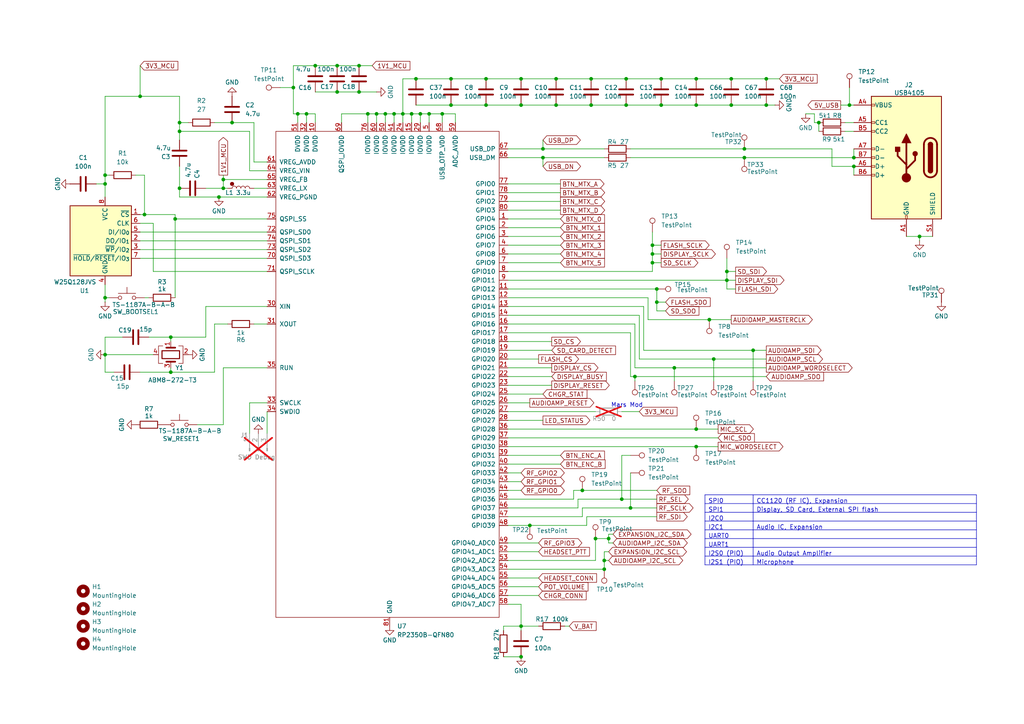
<source format=kicad_sch>
(kicad_sch (version 20250114) (generator "eeschema") (generator_version "9.0")
  (paper "A4")
  (text "Mars Mod" (at 181.864 117.602 0) (effects (font (size 1.27 1.27))))
  (junction (at 40.64 27.94))
  (junction (at 181.61 22.86))
  (junction (at 114.3 33.02))
  (junction (at 140.97 22.86))
  (junction (at 172.72 156.21))
  (junction (at 210.82 81.28))
  (junction (at 151.13 190.5))
  (junction (at 151.13 181.61))
  (junction (at 86.36 33.02))
  (junction (at 52.07 54.61))
  (junction (at 205.74 92.71))
  (junction (at 266.7 68.58))
  (junction (at 153.67 152.4))
  (junction (at 30.48 53.34))
  (junction (at 67.31 35.56))
  (junction (at 181.61 30.48))
  (junction (at 191.77 30.48))
  (junction (at 128.27 33.02))
  (junction (at 130.81 22.86))
  (junction (at 157.48 45.72))
  (junction (at 30.48 102.87))
  (junction (at 246.38 30.48))
  (junction (at 151.13 22.86))
  (junction (at 218.44 101.6))
  (junction (at 85.09 25.4))
  (junction (at 176.53 156.21))
  (junction (at 175.26 162.56))
  (junction (at 201.93 129.54))
  (junction (at 116.84 33.02))
  (junction (at 168.91 142.24))
  (junction (at 130.81 30.48))
  (junction (at 195.58 106.68))
  (junction (at 49.53 107.95))
  (junction (at 161.29 22.86))
  (junction (at 64.77 52.07))
  (junction (at 210.82 78.74))
  (junction (at 171.45 30.48))
  (junction (at 237.49 35.56))
  (junction (at 190.5 83.82))
  (junction (at 111.76 33.02))
  (junction (at 104.14 19.05))
  (junction (at 191.77 22.86))
  (junction (at 215.9 45.72))
  (junction (at 41.91 62.23))
  (junction (at 97.79 19.05))
  (junction (at 151.13 30.48))
  (junction (at 91.44 19.05))
  (junction (at 222.25 30.48))
  (junction (at 180.34 144.78))
  (junction (at 207.01 104.14))
  (junction (at 247.65 48.26))
  (junction (at 189.23 71.12))
  (junction (at 184.15 109.22))
  (junction (at 182.88 147.32))
  (junction (at 64.77 54.61))
  (junction (at 201.93 124.46))
  (junction (at 106.68 33.02))
  (junction (at 124.46 33.02))
  (junction (at 190.5 87.63))
  (junction (at 49.53 97.79))
  (junction (at 120.65 22.86))
  (junction (at 212.09 30.48))
  (junction (at 201.93 22.86))
  (junction (at 171.45 22.86))
  (junction (at 50.8 63.5))
  (junction (at 30.48 50.8))
  (junction (at 201.93 30.48))
  (junction (at 222.25 22.86))
  (junction (at 104.14 26.67))
  (junction (at 121.92 33.02))
  (junction (at 140.97 30.48))
  (junction (at 189.23 76.2))
  (junction (at 52.07 38.1))
  (junction (at 157.48 43.18))
  (junction (at 88.9 33.02))
  (junction (at 247.65 45.72))
  (junction (at 97.79 26.67))
  (junction (at 119.38 33.02))
  (junction (at 175.26 165.1))
  (junction (at 63.5 57.15))
  (junction (at 189.23 73.66))
  (junction (at 30.48 86.36))
  (junction (at 109.22 33.02))
  (junction (at 161.29 30.48))
  (junction (at 52.07 35.56))
  (junction (at 212.09 22.86))
  (junction (at 215.9 43.18))
  (wire (pts (xy 43.18 86.36) (xy 41.91 86.36)))
  (wire (pts (xy 184.15 109.22) (xy 222.25 109.22)))
  (wire (pts (xy 182.88 132.08) (xy 180.34 132.08)))
  (wire (pts (xy 212.09 30.48) (xy 222.25 30.48)))
  (wire (pts (xy 116.84 22.86) (xy 116.84 33.02)))
  (wire (pts (xy 166.37 144.78) (xy 147.32 144.78)))
  (wire (pts (xy 147.32 142.24) (xy 151.13 142.24)))
  (wire (pts (xy 193.04 90.17) (xy 190.5 90.17)))
  (wire (pts (xy 190.5 87.63) (xy 193.04 87.63)))
  (wire (pts (xy 151.13 30.48) (xy 161.29 30.48)))
  (wire (pts (xy 30.48 53.34) (xy 27.94 53.34)))
  (wire (pts (xy 62.23 93.98) (xy 66.04 93.98)))
  (wire (pts (xy 54.61 35.56) (xy 52.07 35.56)))
  (wire (pts (xy 181.61 30.48) (xy 191.77 30.48)))
  (wire (pts (xy 147.32 139.7) (xy 151.13 139.7)))
  (wire (pts (xy 181.61 22.86) (xy 191.77 22.86)))
  (wire (pts (xy 147.32 127) (xy 208.28 127)))
  (wire (pts (xy 182.88 43.18) (xy 215.9 43.18)))
  (wire (pts (xy 157.48 40.64) (xy 157.48 43.18)))
  (wire (pts (xy 132.08 35.56) (xy 132.08 33.02)))
  (wire (pts (xy 30.48 107.95) (xy 30.48 102.87)))
  (wire (pts (xy 208.28 129.54) (xy 201.93 129.54)))
  (wire (pts (xy 182.88 109.22) (xy 182.88 96.52)))
  (wire (pts (xy 156.21 104.14) (xy 147.32 104.14)))
  (wire (pts (xy 151.13 190.5) (xy 146.05 190.5)))
  (wire (pts (xy 66.04 54.61) (xy 64.77 54.61)))
  (wire (pts (xy 40.64 62.23) (xy 41.91 62.23)))
  (wire (pts (xy 147.32 45.72) (xy 157.48 45.72)))
  (wire (pts (xy 41.91 50.8) (xy 41.91 62.23)))
  (wire (pts (xy 160.02 99.06) (xy 147.32 99.06)))
  (wire (pts (xy 190.5 90.17) (xy 190.5 87.63)))
  (wire (pts (xy 160.02 111.76) (xy 147.32 111.76)))
  (wire (pts (xy 243.84 30.48) (xy 246.38 30.48)))
  (wire (pts (xy 67.31 35.56) (xy 73.66 35.56)))
  (wire (pts (xy 187.96 92.71) (xy 187.96 86.36)))
  (wire (pts (xy 160.02 109.22) (xy 147.32 109.22)))
  (wire (pts (xy 201.93 129.54) (xy 147.32 129.54)))
  (wire (pts (xy 64.77 52.07) (xy 77.47 52.07)))
  (wire (pts (xy 73.66 35.56) (xy 73.66 46.99)))
  (wire (pts (xy 168.91 147.32) (xy 182.88 147.32)))
  (wire (pts (xy 40.64 107.95) (xy 49.53 107.95)))
  (wire (pts (xy 168.91 142.24) (xy 190.5 142.24)))
  (wire (pts (xy 201.93 30.48) (xy 212.09 30.48)))
  (wire (pts (xy 120.65 22.86) (xy 130.81 22.86)))
  (wire (pts (xy 52.07 48.26) (xy 52.07 54.61)))
  (wire (pts (xy 189.23 73.66) (xy 189.23 76.2)))
  (wire (pts (xy 170.18 149.86) (xy 170.18 152.4)))
  (wire (pts (xy 236.22 35.56) (xy 236.22 33.02)))
  (wire (pts (xy 59.69 54.61) (xy 64.77 54.61)))
  (wire (pts (xy 119.38 33.02) (xy 119.38 35.56)))
  (wire (pts (xy 212.09 22.86) (xy 222.25 22.86)))
  (wire (pts (xy 52.07 38.1) (xy 52.07 40.64)))
  (wire (pts (xy 208.28 124.46) (xy 201.93 124.46)))
  (wire (pts (xy 163.83 181.61) (xy 165.1 181.61)))
  (wire (pts (xy 215.9 45.72) (xy 247.65 45.72)))
  (wire (pts (xy 210.82 81.28) (xy 210.82 83.82)))
  (wire (pts (xy 121.92 33.02) (xy 124.46 33.02)))
  (wire (pts (xy 114.3 33.02) (xy 114.3 35.56)))
  (wire (pts (xy 99.06 33.02) (xy 99.06 35.56)))
  (wire (pts (xy 157.48 45.72) (xy 157.48 48.26)))
  (wire (pts (xy 59.69 88.9) (xy 77.47 88.9)))
  (wire (pts (xy 185.42 104.14) (xy 207.01 104.14)))
  (wire (pts (xy 166.37 142.24) (xy 166.37 144.78)))
  (wire (pts (xy 189.23 71.12) (xy 189.23 73.66)))
  (wire (pts (xy 170.18 152.4) (xy 153.67 152.4)))
  (wire (pts (xy 30.48 50.8) (xy 31.75 50.8)))
  (wire (pts (xy 109.22 33.02) (xy 109.22 35.56)))
  (wire (pts (xy 41.91 62.23) (xy 50.8 62.23)))
  (wire (pts (xy 167.64 147.32) (xy 147.32 147.32)))
  (wire (pts (xy 64.77 123.19) (xy 64.77 106.68)))
  (wire (pts (xy 30.48 86.36) (xy 30.48 87.63)))
  (wire (pts (xy 162.56 134.62) (xy 147.32 134.62)))
  (wire (pts (xy 140.97 30.48) (xy 151.13 30.48)))
  (wire (pts (xy 210.82 81.28) (xy 213.36 81.28)))
  (wire (pts (xy 85.09 25.4) (xy 85.09 19.05)))
  (wire (pts (xy 106.68 33.02) (xy 99.06 33.02)))
  (wire (pts (xy 111.76 33.02) (xy 114.3 33.02)))
  (wire (pts (xy 147.32 162.56) (xy 172.72 162.56)))
  (wire (pts (xy 44.45 64.77) (xy 44.45 78.74)))
  (wire (pts (xy 182.88 147.32) (xy 190.5 147.32)))
  (wire (pts (xy 120.65 30.48) (xy 130.81 30.48)))
  (wire (pts (xy 147.32 78.74) (xy 189.23 78.74)))
  (wire (pts (xy 222.25 104.14) (xy 207.01 104.14)))
  (wire (pts (xy 153.67 116.84) (xy 147.32 116.84)))
  (wire (pts (xy 184.15 109.22) (xy 184.15 110.49)))
  (wire (pts (xy 59.69 88.9) (xy 59.69 97.79)))
  (wire (pts (xy 160.02 101.6) (xy 147.32 101.6)))
  (wire (pts (xy 40.64 64.77) (xy 44.45 64.77)))
  (wire (pts (xy 162.56 63.5) (xy 147.32 63.5)))
  (wire (pts (xy 176.53 156.21) (xy 176.53 157.48)))
  (wire (pts (xy 85.09 33.02) (xy 86.36 33.02)))
  (wire (pts (xy 162.56 71.12) (xy 147.32 71.12)))
  (wire (pts (xy 30.48 82.55) (xy 30.48 86.36)))
  (wire (pts (xy 190.5 83.82) (xy 147.32 83.82)))
  (wire (pts (xy 62.23 107.95) (xy 62.23 93.98)))
  (wire (pts (xy 57.15 123.19) (xy 64.77 123.19)))
  (wire (pts (xy 190.5 83.82) (xy 190.5 87.63)))
  (wire (pts (xy 186.69 101.6) (xy 186.69 88.9)))
  (wire (pts (xy 30.48 57.15) (xy 30.48 53.34)))
  (wire (pts (xy 116.84 33.02) (xy 119.38 33.02)))
  (wire (pts (xy 162.56 132.08) (xy 147.32 132.08)))
  (wire (pts (xy 182.88 109.22) (xy 184.15 109.22)))
  (wire (pts (xy 195.58 106.68) (xy 184.15 106.68)))
  (wire (pts (xy 49.53 107.95) (xy 62.23 107.95)))
  (wire (pts (xy 156.21 172.72) (xy 147.32 172.72)))
  (wire (pts (xy 180.34 119.38) (xy 185.42 119.38)))
  (wire (pts (xy 162.56 66.04) (xy 147.32 66.04)))
  (wire (pts (xy 124.46 33.02) (xy 124.46 35.56)))
  (wire (pts (xy 215.9 43.18) (xy 241.3 43.18)))
  (wire (pts (xy 218.44 101.6) (xy 222.25 101.6)))
  (wire (pts (xy 162.56 55.88) (xy 147.32 55.88)))
  (wire (pts (xy 172.72 162.56) (xy 172.72 156.21)))
  (wire (pts (xy 162.56 73.66) (xy 147.32 73.66)))
  (wire (pts (xy 182.88 96.52) (xy 147.32 96.52)))
  (wire (pts (xy 247.65 48.26) (xy 247.65 50.8)))
  (wire (pts (xy 88.9 33.02) (xy 88.9 35.56)))
  (wire (pts (xy 168.91 147.32) (xy 168.91 149.86)))
  (wire (pts (xy 88.9 33.02) (xy 86.36 33.02)))
  (wire (pts (xy 33.02 107.95) (xy 30.48 107.95)))
  (wire (pts (xy 104.14 26.67) (xy 109.22 26.67)))
  (wire (pts (xy 213.36 78.74) (xy 210.82 78.74)))
  (wire (pts (xy 50.8 62.23) (xy 50.8 63.5)))
  (wire (pts (xy 156.21 160.02) (xy 147.32 160.02)))
  (wire (pts (xy 246.38 30.48) (xy 247.65 30.48)))
  (wire (pts (xy 147.32 170.18) (xy 156.21 170.18)))
  (wire (pts (xy 128.27 35.56) (xy 128.27 33.02)))
  (wire (pts (xy 175.26 160.02) (xy 175.26 162.56)))
  (wire (pts (xy 86.36 33.02) (xy 86.36 35.56)))
  (wire (pts (xy 151.13 175.26) (xy 147.32 175.26)))
  (wire (pts (xy 107.95 19.05) (xy 104.14 19.05)))
  (wire (pts (xy 245.11 38.1) (xy 247.65 38.1)))
  (wire (pts (xy 104.14 19.05) (xy 97.79 19.05)))
  (wire (pts (xy 151.13 181.61) (xy 151.13 182.88)))
  (wire (pts (xy 140.97 22.86) (xy 151.13 22.86)))
  (wire (pts (xy 210.82 83.82) (xy 213.36 83.82)))
  (wire (pts (xy 185.42 91.44) (xy 147.32 91.44)))
  (wire (pts (xy 172.72 156.21) (xy 176.53 156.21)))
  (wire (pts (xy 185.42 104.14) (xy 185.42 91.44)))
  (wire (pts (xy 91.44 33.02) (xy 88.9 33.02)))
  (wire (pts (xy 207.01 104.14) (xy 207.01 110.49)))
  (wire (pts (xy 161.29 22.86) (xy 171.45 22.86)))
  (wire (pts (xy 186.69 101.6) (xy 218.44 101.6)))
  (wire (pts (xy 91.44 35.56) (xy 91.44 33.02)))
  (wire (pts (xy 147.32 137.16) (xy 151.13 137.16)))
  (wire (pts (xy 121.92 33.02) (xy 121.92 35.56)))
  (wire (pts (xy 191.77 30.48) (xy 201.93 30.48)))
  (wire (pts (xy 191.77 71.12) (xy 189.23 71.12)))
  (wire (pts (xy 191.77 22.86) (xy 201.93 22.86)))
  (wire (pts (xy 39.37 50.8) (xy 41.91 50.8)))
  (wire (pts (xy 49.53 99.06) (xy 49.53 97.79)))
  (wire (pts (xy 52.07 38.1) (xy 52.07 35.56)))
  (wire (pts (xy 30.48 86.36) (xy 31.75 86.36)))
  (wire (pts (xy 236.22 35.56) (xy 237.49 35.56)))
  (wire (pts (xy 247.65 43.18) (xy 247.65 45.72)))
  (wire (pts (xy 114.3 33.02) (xy 116.84 33.02)))
  (wire (pts (xy 187.96 86.36) (xy 147.32 86.36)))
  (wire (pts (xy 124.46 33.02) (xy 128.27 33.02)))
  (wire (pts (xy 73.66 46.99) (xy 77.47 46.99)))
  (wire (pts (xy 175.26 165.1) (xy 147.32 165.1)))
  (wire (pts (xy 167.64 144.78) (xy 180.34 144.78)))
  (wire (pts (xy 156.21 167.64) (xy 147.32 167.64)))
  (wire (pts (xy 157.48 114.3) (xy 147.32 114.3)))
  (wire (pts (xy 77.47 49.53) (xy 72.39 49.53)))
  (wire (pts (xy 236.22 33.02) (xy 233.68 33.02)))
  (wire (pts (xy 210.82 74.93) (xy 210.82 78.74)))
  (wire (pts (xy 162.56 76.2) (xy 147.32 76.2)))
  (wire (pts (xy 62.23 35.56) (xy 67.31 35.56)))
  (wire (pts (xy 184.15 93.98) (xy 147.32 93.98)))
  (wire (pts (xy 176.53 157.48) (xy 177.8 157.48)))
  (wire (pts (xy 151.13 22.86) (xy 161.29 22.86)))
  (wire (pts (xy 176.53 160.02) (xy 175.26 160.02)))
  (wire (pts (xy 266.7 68.58) (xy 266.7 69.85)))
  (wire (pts (xy 147.32 81.28) (xy 210.82 81.28)))
  (wire (pts (xy 168.91 149.86) (xy 147.32 149.86)))
  (wire (pts (xy 91.44 19.05) (xy 85.09 19.05)))
  (wire (pts (xy 180.34 144.78) (xy 190.5 144.78)))
  (wire (pts (xy 170.18 149.86) (xy 190.5 149.86)))
  (wire (pts (xy 73.66 93.98) (xy 77.47 93.98)))
  (wire (pts (xy 40.64 27.94) (xy 52.07 27.94)))
  (wire (pts (xy 130.81 30.48) (xy 140.97 30.48)))
  (wire (pts (xy 50.8 63.5) (xy 50.8 86.36)))
  (wire (pts (xy 40.64 19.05) (xy 40.64 27.94)))
  (wire (pts (xy 64.77 106.68) (xy 77.47 106.68)))
  (wire (pts (xy 64.77 50.8) (xy 64.77 52.07)))
  (wire (pts (xy 97.79 19.05) (xy 91.44 19.05)))
  (wire (pts (xy 40.64 72.39) (xy 77.47 72.39)))
  (wire (pts (xy 241.3 43.18) (xy 241.3 48.26)))
  (wire (pts (xy 162.56 53.34) (xy 147.32 53.34)))
  (wire (pts (xy 147.32 119.38) (xy 172.72 119.38)))
  (wire (pts (xy 30.48 27.94) (xy 40.64 27.94)))
  (wire (pts (xy 119.38 33.02) (xy 121.92 33.02)))
  (wire (pts (xy 177.8 154.94) (xy 176.53 154.94)))
  (wire (pts (xy 40.64 67.31) (xy 77.47 67.31)))
  (wire (pts (xy 241.3 48.26) (xy 247.65 48.26)))
  (wire (pts (xy 153.67 152.4) (xy 147.32 152.4)))
  (wire (pts (xy 166.37 142.24) (xy 168.91 142.24)))
  (wire (pts (xy 182.88 45.72) (xy 215.9 45.72)))
  (wire (pts (xy 222.25 106.68) (xy 195.58 106.68)))
  (wire (pts (xy 180.34 132.08) (xy 180.34 144.78)))
  (wire (pts (xy 151.13 181.61) (xy 156.21 181.61)))
  (wire (pts (xy 132.08 33.02) (xy 128.27 33.02)))
  (wire (pts (xy 73.66 54.61) (xy 77.47 54.61)))
  (wire (pts (xy 77.47 119.38) (xy 77.47 125.73)))
  (wire (pts (xy 171.45 30.48) (xy 181.61 30.48)))
  (wire (pts (xy 161.29 30.48) (xy 171.45 30.48)))
  (wire (pts (xy 49.53 97.79) (xy 59.69 97.79)))
  (wire (pts (xy 146.05 181.61) (xy 151.13 181.61)))
  (wire (pts (xy 43.18 97.79) (xy 49.53 97.79)))
  (wire (pts (xy 52.07 27.94) (xy 52.07 35.56)))
  (wire (pts (xy 81.28 25.4) (xy 85.09 25.4)))
  (wire (pts (xy 44.45 78.74) (xy 77.47 78.74)))
  (wire (pts (xy 195.58 106.68) (xy 195.58 110.49)))
  (wire (pts (xy 212.09 92.71) (xy 205.74 92.71)))
  (wire (pts (xy 151.13 175.26) (xy 151.13 181.61)))
  (wire (pts (xy 30.48 97.79) (xy 30.48 102.87)))
  (wire (pts (xy 130.81 22.86) (xy 140.97 22.86)))
  (wire (pts (xy 157.48 121.92) (xy 147.32 121.92)))
  (wire (pts (xy 205.74 92.71) (xy 187.96 92.71)))
  (wire (pts (xy 49.53 107.95) (xy 49.53 106.68)))
  (wire (pts (xy 189.23 73.66) (xy 191.77 73.66)))
  (wire (pts (xy 222.25 22.86) (xy 226.06 22.86)))
  (wire (pts (xy 176.53 154.94) (xy 176.53 156.21)))
  (wire (pts (xy 120.65 22.86) (xy 116.84 22.86)))
  (wire (pts (xy 201.93 22.86) (xy 212.09 22.86)))
  (wire (pts (xy 162.56 68.58) (xy 147.32 68.58)))
  (wire (pts (xy 146.05 181.61) (xy 146.05 182.88)))
  (wire (pts (xy 162.56 60.96) (xy 147.32 60.96)))
  (wire (pts (xy 52.07 54.61) (xy 52.07 57.15)))
  (wire (pts (xy 182.88 137.16) (xy 182.88 147.32)))
  (wire (pts (xy 157.48 43.18) (xy 175.26 43.18)))
  (wire (pts (xy 266.7 68.58) (xy 270.51 68.58)))
  (wire (pts (xy 218.44 101.6) (xy 218.44 110.49)))
  (wire (pts (xy 91.44 26.67) (xy 97.79 26.67)))
  (wire (pts (xy 246.38 25.4) (xy 246.38 30.48)))
  (wire (pts (xy 162.56 58.42) (xy 147.32 58.42)))
  (wire (pts (xy 186.69 88.9) (xy 147.32 88.9)))
  (wire (pts (xy 157.48 45.72) (xy 175.26 45.72)))
  (wire (pts (xy 72.39 49.53) (xy 72.39 38.1)))
  (wire (pts (xy 85.09 25.4) (xy 85.09 33.02)))
  (wire (pts (xy 189.23 76.2) (xy 189.23 78.74)))
  (wire (pts (xy 64.77 54.61) (xy 64.77 52.07)))
  (wire (pts (xy 35.56 97.79) (xy 30.48 97.79)))
  (wire (pts (xy 171.45 22.86) (xy 181.61 22.86)))
  (wire (pts (xy 30.48 50.8) (xy 30.48 53.34)))
  (wire (pts (xy 222.25 30.48) (xy 224.79 30.48)))
  (wire (pts (xy 116.84 33.02) (xy 116.84 35.56)))
  (wire (pts (xy 109.22 33.02) (xy 111.76 33.02)))
  (wire (pts (xy 201.93 124.46) (xy 147.32 124.46)))
  (wire (pts (xy 106.68 33.02) (xy 106.68 35.56)))
  (wire (pts (xy 40.64 74.93) (xy 77.47 74.93)))
  (wire (pts (xy 72.39 116.84) (xy 77.47 116.84)))
  (wire (pts (xy 237.49 35.56) (xy 237.49 38.1)))
  (wire (pts (xy 147.32 43.18) (xy 157.48 43.18)))
  (wire (pts (xy 184.15 106.68) (xy 184.15 93.98)))
  (wire (pts (xy 245.11 35.56) (xy 247.65 35.56)))
  (wire (pts (xy 106.68 33.02) (xy 109.22 33.02)))
  (wire (pts (xy 189.23 67.31) (xy 189.23 71.12)))
  (wire (pts (xy 97.79 26.67) (xy 104.14 26.67)))
  (wire (pts (xy 111.76 33.02) (xy 111.76 35.56)))
  (wire (pts (xy 262.89 68.58) (xy 266.7 68.58)))
  (wire (pts (xy 30.48 50.8) (xy 30.48 27.94)))
  (wire (pts (xy 30.48 102.87) (xy 44.45 102.87)))
  (wire (pts (xy 72.39 38.1) (xy 52.07 38.1)))
  (wire (pts (xy 160.02 106.68) (xy 147.32 106.68)))
  (wire (pts (xy 189.23 76.2) (xy 191.77 76.2)))
  (wire (pts (xy 175.26 162.56) (xy 176.53 162.56)))
  (wire (pts (xy 63.5 57.15) (xy 77.47 57.15)))
  (wire (pts (xy 175.26 162.56) (xy 175.26 165.1)))
  (wire (pts (xy 50.8 63.5) (xy 77.47 63.5)))
  (wire (pts (xy 210.82 78.74) (xy 210.82 81.28)))
  (wire (pts (xy 40.64 69.85) (xy 77.47 69.85)))
  (wire (pts (xy 52.07 57.15) (xy 63.5 57.15)))
  (wire (pts (xy 147.32 157.48) (xy 156.21 157.48)))
  (wire (pts (xy 72.39 125.73) (xy 72.39 116.84)))
  (wire (pts (xy 167.64 144.78) (xy 167.64 147.32)))
  (table (column_count 2) (border (external yes) (header yes)) (separators (rows yes) (cols yes)) (column_widths 13.97 64.77) (row_heights 2.54 2.54 2.54 2.54 2.54 2.54 2.54 2.54) (cells (table_cell "SPI0" (at 204.47 143.51 0) (size 13.97 2.54) (margins 0.9525 0.9525 0.9525 0.9525) (span 1 1)) (table_cell "CC1120 (RF IC), Expansion" (at 218.44 143.51 0) (size 64.77 2.54) (margins 0.9525 0.9525 0.9525 0.9525) (span 1 1)) (table_cell "SPI1" (at 204.47 146.05 0) (size 13.97 2.54) (margins 0.9525 0.9525 0.9525 0.9525) (span 1 1)) (table_cell "Display, SD Card, External SPI flash" (at 218.44 146.05 0) (size 64.77 2.54) (margins 0.9525 0.9525 0.9525 0.9525) (span 1 1)) (table_cell "I2C0" (at 204.47 148.59 0) (size 13.97 2.54) (margins 0.9525 0.9525 0.9525 0.9525) (span 1 1)) (table_cell "" (at 218.44 148.59 0) (size 64.77 2.54) (margins 0.9525 0.9525 0.9525 0.9525) (span 1 1)) (table_cell "I2C1" (at 204.47 151.13 0) (size 13.97 2.54) (margins 0.9525 0.9525 0.9525 0.9525) (span 1 1)) (table_cell "Audio IC, Expansion" (at 218.44 151.13 0) (size 64.77 2.54) (margins 0.9525 0.9525 0.9525 0.9525) (span 1 1)) (table_cell "UART0" (at 204.47 153.67 0) (size 13.97 2.54) (margins 0.9525 0.9525 0.9525 0.9525) (span 1 1)) (table_cell "" (at 218.44 153.67 0) (size 64.77 2.54) (margins 0.9525 0.9525 0.9525 0.9525) (span 1 1)) (table_cell "UART1" (at 204.47 156.21 0) (size 13.97 2.54) (margins 0.9525 0.9525 0.9525 0.9525) (span 1 1)) (table_cell "" (at 218.44 156.21 0) (size 64.77 2.54) (margins 0.9525 0.9525 0.9525 0.9525) (span 1 1)) (table_cell "I2S0 (PIO)" (at 204.47 158.75 0) (size 13.97 2.54) (margins 0.9525 0.9525 0.9525 0.9525) (span 1 1)) (table_cell "Audio Output Amplifier" (at 218.44 158.75 0) (size 64.77 2.54) (margins 0.9525 0.9525 0.9525 0.9525) (span 1 1)) (table_cell "I2S1 (PIO)" (at 204.47 161.29 0) (size 13.97 2.54) (margins 0.9525 0.9525 0.9525 0.9525) (span 1 1)) (table_cell "Microphone" (at 218.44 161.29 0) (size 64.77 2.54) (margins 0.9525 0.9525 0.9525 0.9525) (span 1 1))))
  (global_label "USB_DP" (shape bidirectional) (at 157.48 40.64 0) (property "Intersheetrefs" "${INTERSHEET_REFS}" (effects (hide yes))))
  (global_label "BTN_ENC_A" (shape input) (at 162.56 132.08 0) (property "Intersheetrefs" "${INTERSHEET_REFS}" (effects (hide yes))))
  (global_label "5V_USB" (shape output) (at 243.84 30.48 180) (property "Intersheetrefs" "${INTERSHEET_REFS}" (effects (hide yes))))
  (global_label "DISPLAY_CS" (shape output) (at 160.02 106.68 0) (property "Intersheetrefs" "${INTERSHEET_REFS}" (effects (hide yes))))
  (global_label "MIC_SCL" (shape output) (at 208.28 124.46 0) (property "Intersheetrefs" "${INTERSHEET_REFS}" (effects (hide yes))))
  (global_label "RF_GPIO3" (shape bidirectional) (at 156.21 157.48 0) (property "Intersheetrefs" "${INTERSHEET_REFS}" (effects (hide yes))))
  (global_label "SD_SCLK" (shape output) (at 191.77 76.2 0) (property "Intersheetrefs" "${INTERSHEET_REFS}" (effects (hide yes))))
  (global_label "3V3_MCU" (shape input) (at 226.06 22.86 0) (property "Intersheetrefs" "${INTERSHEET_REFS}" (effects (hide yes))))
  (global_label "DISPLAY_RESET" (shape output) (at 160.02 111.76 0) (property "Intersheetrefs" "${INTERSHEET_REFS}" (effects (hide yes))))
  (global_label "RF_GPIO1" (shape bidirectional) (at 151.13 139.7 0) (property "Intersheetrefs" "${INTERSHEET_REFS}" (effects (hide yes))))
  (global_label "BTN_MTX_3" (shape input) (at 162.56 71.12 0) (property "Intersheetrefs" "${INTERSHEET_REFS}" (effects (hide yes))))
  (global_label "AUDIOAMP_RESET" (shape output) (at 153.67 116.84 0) (property "Intersheetrefs" "${INTERSHEET_REFS}" (effects (hide yes))))
  (global_label "3V3_MCU" (shape input) (at 185.42 119.38 0) (property "Intersheetrefs" "${INTERSHEET_REFS}" (effects (hide yes))))
  (global_label "RF_GPIO2" (shape bidirectional) (at 151.13 137.16 0) (property "Intersheetrefs" "${INTERSHEET_REFS}" (effects (hide yes))))
  (global_label "POT_VOLUME" (shape input) (at 156.21 170.18 0) (property "Intersheetrefs" "${INTERSHEET_REFS}" (effects (hide yes))))
  (global_label "BTN_MTX_4" (shape input) (at 162.56 73.66 0) (property "Intersheetrefs" "${INTERSHEET_REFS}" (effects (hide yes))))
  (global_label "RF_SDO" (shape input) (at 190.5 142.24 0) (property "Intersheetrefs" "${INTERSHEET_REFS}" (effects (hide yes))))
  (global_label "SD_CS" (shape output) (at 160.02 99.06 0) (property "Intersheetrefs" "${INTERSHEET_REFS}" (effects (hide yes))))
  (global_label "AUDIOAMP_SDI" (shape output) (at 222.25 101.6 0) (property "Intersheetrefs" "${INTERSHEET_REFS}" (effects (hide yes))))
  (global_label "1V1_MCU" (shape output) (at 64.77 50.8 90) (property "Intersheetrefs" "${INTERSHEET_REFS}" (effects (hide yes))))
  (global_label "MIC_WORDSELECT" (shape output) (at 208.28 129.54 0) (property "Intersheetrefs" "${INTERSHEET_REFS}" (effects (hide yes))))
  (global_label "EXPANSION_I2C_SCL" (shape bidirectional) (at 176.53 160.02 0) (property "Intersheetrefs" "${INTERSHEET_REFS}" (effects (hide yes))))
  (global_label "BTN_ENC_B" (shape input) (at 162.56 134.62 0) (property "Intersheetrefs" "${INTERSHEET_REFS}" (effects (hide yes))))
  (global_label "SD_SDO" (shape input) (at 193.04 90.17 0) (property "Intersheetrefs" "${INTERSHEET_REFS}" (effects (hide yes))))
  (global_label "HEADSET_PTT" (shape input) (at 156.21 160.02 0) (property "Intersheetrefs" "${INTERSHEET_REFS}" (effects (hide yes))))
  (global_label "3V3_MCU" (shape input) (at 40.64 19.05 0) (property "Intersheetrefs" "${INTERSHEET_REFS}" (effects (hide yes))))
  (global_label "DISPLAY_BUSY" (shape input) (at 160.02 109.22 0) (property "Intersheetrefs" "${INTERSHEET_REFS}" (effects (hide yes))))
  (global_label "MIC_SDO" (shape input) (at 208.28 127 0) (property "Intersheetrefs" "${INTERSHEET_REFS}" (effects (hide yes))))
  (global_label "BTN_MTX_0" (shape input) (at 162.56 63.5 0) (property "Intersheetrefs" "${INTERSHEET_REFS}" (effects (hide yes))))
  (global_label "1V1_MCU" (shape input) (at 107.95 19.05 0) (property "Intersheetrefs" "${INTERSHEET_REFS}" (effects (hide yes))))
  (global_label "RF_SDI" (shape output) (at 190.5 149.86 0) (property "Intersheetrefs" "${INTERSHEET_REFS}" (effects (hide yes))))
  (global_label "RF_SEL" (shape output) (at 190.5 144.78 0) (property "Intersheetrefs" "${INTERSHEET_REFS}" (effects (hide yes))))
  (global_label "FLASH_CS" (shape output) (at 156.21 104.14 0) (property "Intersheetrefs" "${INTERSHEET_REFS}" (effects (hide yes))))
  (global_label "FLASH_SDI" (shape output) (at 213.36 83.82 0) (property "Intersheetrefs" "${INTERSHEET_REFS}" (effects (hide yes))))
  (global_label "CHGR_STAT" (shape input) (at 157.48 114.3 0) (property "Intersheetrefs" "${INTERSHEET_REFS}" (effects (hide yes))))
  (global_label "SD_CARD_DETECT" (shape input) (at 160.02 101.6 0) (property "Intersheetrefs" "${INTERSHEET_REFS}" (effects (hide yes))))
  (global_label "HEADSET_CONN" (shape input) (at 156.21 167.64 0) (property "Intersheetrefs" "${INTERSHEET_REFS}" (effects (hide yes))))
  (global_label "DISPLAY_SCLK" (shape output) (at 191.77 73.66 0) (property "Intersheetrefs" "${INTERSHEET_REFS}" (effects (hide yes))))
  (global_label "AUDIOAMP_I2C_SCL" (shape bidirectional) (at 176.53 162.56 0) (property "Intersheetrefs" "${INTERSHEET_REFS}" (effects (hide yes))))
  (global_label "USB_DN" (shape bidirectional) (at 157.48 48.26 0) (property "Intersheetrefs" "${INTERSHEET_REFS}" (effects (hide yes))))
  (global_label "BTN_MTX_5" (shape input) (at 162.56 76.2 0) (property "Intersheetrefs" "${INTERSHEET_REFS}" (effects (hide yes))))
  (global_label "BTN_MTX_2" (shape input) (at 162.56 68.58 0) (property "Intersheetrefs" "${INTERSHEET_REFS}" (effects (hide yes))))
  (global_label "AUDIOAMP_SDO" (shape input) (at 222.25 109.22 0) (property "Intersheetrefs" "${INTERSHEET_REFS}" (effects (hide yes))))
  (global_label "RF_GPIO0" (shape bidirectional) (at 151.13 142.24 0) (property "Intersheetrefs" "${INTERSHEET_REFS}" (effects (hide yes))))
  (global_label "AUDIOAMP_I2C_SDA" (shape bidirectional) (at 177.8 157.48 0) (property "Intersheetrefs" "${INTERSHEET_REFS}" (effects (hide yes))))
  (global_label "V_BAT" (shape input) (at 165.1 181.61 0) (property "Intersheetrefs" "${INTERSHEET_REFS}" (effects (hide yes))))
  (global_label "AUDIOAMP_WORDSELECT" (shape output) (at 222.25 106.68 0) (property "Intersheetrefs" "${INTERSHEET_REFS}" (effects (hide yes))))
  (global_label "BTN_MTX_A" (shape output) (at 162.56 53.34 0) (property "Intersheetrefs" "${INTERSHEET_REFS}" (effects (hide yes))))
  (global_label "FLASH_SCLK" (shape output) (at 191.77 71.12 0) (property "Intersheetrefs" "${INTERSHEET_REFS}" (effects (hide yes))))
  (global_label "FLASH_SDO" (shape input) (at 193.04 87.63 0) (property "Intersheetrefs" "${INTERSHEET_REFS}" (effects (hide yes))))
  (global_label "BTN_MTX_B" (shape output) (at 162.56 55.88 0) (property "Intersheetrefs" "${INTERSHEET_REFS}" (effects (hide yes))))
  (global_label "CHGR_CONN" (shape input) (at 156.21 172.72 0) (property "Intersheetrefs" "${INTERSHEET_REFS}" (effects (hide yes))))
  (global_label "AUDIOAMP_MASTERCLK" (shape output) (at 212.09 92.71 0) (property "Intersheetrefs" "${INTERSHEET_REFS}" (effects (hide yes))))
  (global_label "SD_SDI" (shape output) (at 213.36 78.74 0) (property "Intersheetrefs" "${INTERSHEET_REFS}" (effects (hide yes))))
  (global_label "BTN_MTX_D" (shape output) (at 162.56 60.96 0) (property "Intersheetrefs" "${INTERSHEET_REFS}" (effects (hide yes))))
  (global_label "EXPANSION_I2C_SDA" (shape bidirectional) (at 177.8 154.94 0) (property "Intersheetrefs" "${INTERSHEET_REFS}" (effects (hide yes))))
  (global_label "AUDIOAMP_SCL" (shape output) (at 222.25 104.14 0) (property "Intersheetrefs" "${INTERSHEET_REFS}" (effects (hide yes))))
  (global_label "RF_SCLK" (shape output) (at 190.5 147.32 0) (property "Intersheetrefs" "${INTERSHEET_REFS}" (effects (hide yes))))
  (global_label "BTN_MTX_C" (shape output) (at 162.56 58.42 0) (property "Intersheetrefs" "${INTERSHEET_REFS}" (effects (hide yes))))
  (global_label "BTN_MTX_1" (shape input) (at 162.56 66.04 0) (property "Intersheetrefs" "${INTERSHEET_REFS}" (effects (hide yes))))
  (global_label "LED_STATUS" (shape output) (at 157.48 121.92 0) (property "Intersheetrefs" "${INTERSHEET_REFS}" (effects (hide yes))))
  (global_label "DISPLAY_SDI" (shape output) (at 213.36 81.28 0) (property "Intersheetrefs" "${INTERSHEET_REFS}" (effects (hide yes))))
  (symbol (lib_id "Connector:TestPoint") (at 153.67 152.4 180) (unit 1)
    (property "Reference" "TP22" (at 148.59 153.67 0) (effects (justify right)))
    (property "Value" "TestPoint" (at 155.702 153.924 0) (effects (justify right)))
    (property "Footprint" "TestPoint:TestPoint_Pad_D1.0mm" (effects (hide yes)))
    (property "Description" "test point" (effects (hide yes)))
  )
  (symbol (lib_id "Device:C") (at 191.77 26.67 180) (unit 1)
    (property "Reference" "C14" (at 195.58 25.3999 0) (effects (justify right)))
    (property "Value" "100n" (at 195.58 27.9399 0) (effects (justify right)))
    (property "Footprint" "Capacitor_SMD:C_0402_1005Metric_Pad0.74x0.62mm_HandSolder" (effects (hide yes)))
    (property "Description" "Unpolarized capacitor" (effects (hide yes)))
  )
  (symbol (lib_id "Connector:TestPoint") (at 81.28 25.4 90) (unit 1)
    (property "Reference" "TP11" (at 77.978 20.32 90))
    (property "Value" "TestPoint" (at 77.978 22.86 90))
    (property "Footprint" "TestPoint:TestPoint_Pad_D1.0mm" (effects (hide yes)))
    (property "Description" "test point" (effects (hide yes)))
  )
  (symbol (lib_id "Connector:TestPoint") (at 184.15 110.49 180) (unit 1)
    (property "Reference" "TP26" (at 184.912 112.522 0) (effects (justify right)))
    (property "Value" "TestPoint" (at 184.912 114.554 0) (effects (justify right)))
    (property "Footprint" "TestPoint:TestPoint_Pad_D1.0mm" (effects (hide yes)))
    (property "Description" "test point" (effects (hide yes)))
  )
  (symbol (lib_id "power:GND") (at 151.13 190.5 0) (unit 1)
    (property "Reference" "#PWR024" (effects (hide yes)))
    (property "Value" "GND" (at 151.13 194.564 0))
    (property "Description" "Power symbol creates a global label with name \"GND\" , ground" (effects (hide yes)))
  )
  (symbol (lib_id "Device:C") (at 120.65 26.67 0) (unit 1)
    (property "Reference" "C37" (at 124.46 25.3999 0) (effects (justify left)))
    (property "Value" "100n" (at 124.46 27.9399 0) (effects (justify left)))
    (property "Footprint" "Capacitor_SMD:C_0402_1005Metric_Pad0.74x0.62mm_HandSolder" (effects (hide yes)))
    (property "Description" "Unpolarized capacitor" (effects (hide yes)))
  )
  (symbol (lib_id "Connector:TestPoint") (at 210.82 74.93 0) (unit 1)
    (property "Reference" "TP14" (at 213.36 70.3579 0) (effects (justify left)))
    (property "Value" "TestPoint" (at 213.36 72.8979 0) (effects (justify left)))
    (property "Footprint" "TestPoint:TestPoint_Pad_D1.0mm" (effects (hide yes)))
    (property "Description" "test point" (effects (hide yes)))
  )
  (symbol (lib_id "Connector:TestPoint") (at 172.72 156.21 0) (unit 1)
    (property "Reference" "TP9" (at 173.736 151.384 0) (effects (justify left)))
    (property "Value" "TestPoint" (at 174.498 153.416 0) (effects (justify left)))
    (property "Footprint" "TestPoint:TestPoint_Pad_D1.0mm" (effects (hide yes)))
    (property "Description" "test point" (effects (hide yes)))
  )
  (symbol (lib_id "Device:C") (at 181.61 26.67 180) (unit 1)
    (property "Reference" "C13" (at 185.42 25.3999 0) (effects (justify right)))
    (property "Value" "100n" (at 185.42 27.9399 0) (effects (justify right)))
    (property "Footprint" "Capacitor_SMD:C_0402_1005Metric_Pad0.74x0.62mm_HandSolder" (effects (hide yes)))
    (property "Description" "Unpolarized capacitor" (effects (hide yes)))
  )
  (symbol (lib_id "Connector:TestPoint") (at 273.05 87.63 0) (unit 1)
    (property "Reference" "TP31" (at 272.288 85.598 0) (effects (justify right)))
    (property "Value" "TestPoint" (at 272.288 83.566 0) (effects (justify right)))
    (property "Footprint" "TestPoint:TestPoint_Pad_D1.0mm" (effects (hide yes)))
    (property "Description" "test point" (effects (hide yes)))
  )
  (symbol (lib_id "Device:R") (at 69.85 93.98 270) (unit 1)
    (property "Reference" "R6" (at 69.85 98.552 90))
    (property "Value" "1k" (at 69.85 96.52 90))
    (property "Footprint" "Resistor_SMD:R_0603_1608Metric_Pad0.98x0.95mm_HandSolder" (effects (hide yes)))
    (property "Description" "Resistor" (effects (hide yes)))
  )
  (symbol (lib_id "Device:C") (at 36.83 107.95 90) (unit 1)
    (property "Reference" "C15" (at 32.004 109.728 90) (effects (justify right)))
    (property "Value" "15p" (at 33.782 112.014 90) (effects (justify right)))
    (property "Footprint" "Capacitor_SMD:C_0402_1005Metric_Pad0.74x0.62mm_HandSolder" (effects (hide yes)))
    (property "Description" "Unpolarized capacitor" (effects (hide yes)))
  )
  (symbol (lib_id "power:GND") (at 113.03 181.61 0) (unit 1)
    (property "Reference" "#PWR01" (effects (hide yes)))
    (property "Value" "GND" (at 113.03 185.674 0))
    (property "Description" "Power symbol creates a global label with name \"GND\" , ground" (effects (hide yes)))
  )
  (symbol (lib_id "Mechanical:MountingHole") (at 24.13 181.61 0) (unit 1) (exclude_from_sim yes) (in_bom no)
    (property "Reference" "H3" (at 26.67 180.3399 0) (effects (justify left)))
    (property "Value" "MountingHole" (at 26.67 182.8799 0) (effects (justify left)))
    (property "Footprint" "MountingHole:MountingHole_3.2mm_M3" (effects (hide yes)))
    (property "Description" "Mounting Hole without connection" (effects (hide yes)))
  )
  (symbol (lib_id "Device:C") (at 151.13 26.67 180) (unit 1)
    (property "Reference" "C10" (at 154.94 25.3999 0) (effects (justify right)))
    (property "Value" "100n" (at 154.94 27.9399 0) (effects (justify right)))
    (property "Footprint" "Capacitor_SMD:C_0402_1005Metric_Pad0.74x0.62mm_HandSolder" (effects (hide yes)))
    (property "Description" "Unpolarized capacitor" (effects (hide yes)))
  )
  (symbol (lib_id "Connector:TestPoint") (at 207.01 110.49 180) (unit 1)
    (property "Reference" "TP28" (at 207.772 112.522 0) (effects (justify right)))
    (property "Value" "TestPoint" (at 207.772 114.554 0) (effects (justify right)))
    (property "Footprint" "TestPoint:TestPoint_Pad_D1.0mm" (effects (hide yes)))
    (property "Description" "test point" (effects (hide yes)))
  )
  (symbol (lib_id "Device:R") (at 176.53 119.38 270) (unit 1) (dnp yes)
    (property "Reference" "R50" (at 173.736 121.412 90))
    (property "Value" "0" (at 178.054 121.412 90))
    (property "Footprint" "Resistor_SMD:R_0603_1608Metric_Pad0.98x0.95mm_HandSolder" (effects (hide yes)))
    (property "Description" "Resistor" (effects (hide yes)))
  )
  (symbol (lib_id "Connector:TestPoint") (at 182.88 137.16 270) (unit 1)
    (property "Reference" "TP21" (at 187.96 135.8899 90) (effects (justify left)))
    (property "Value" "TestPoint" (at 187.96 138.4299 90) (effects (justify left)))
    (property "Footprint" "TestPoint:TestPoint_Pad_D1.0mm" (effects (hide yes)))
    (property "Description" "test point" (effects (hide yes)))
  )
  (symbol (lib_id "Connector:TestPoint") (at 189.23 67.31 0) (unit 1)
    (property "Reference" "TP13" (at 191.77 62.7379 0) (effects (justify left)))
    (property "Value" "TestPoint" (at 191.77 65.2779 0) (effects (justify left)))
    (property "Footprint" "TestPoint:TestPoint_Pad_D1.0mm" (effects (hide yes)))
    (property "Description" "test point" (effects (hide yes)))
  )
  (symbol (lib_id "Switch:SW_Push") (at 36.83 86.36 0) (unit 1)
    (property "Reference" "SW_BOOTSEL1" (at 39.37 90.424 0))
    (property "Value" "TS-1187A-B-A-B" (at 41.656 88.392 0))
    (property "Footprint" "Button_Switch_SMD:SW_Push_1P1T_XKB_TS-1187A" (effects (hide yes)))
    (property "Description" "Push button switch, generic, two pins" (effects (hide yes)))
  )
  (symbol (lib_id "Device:C") (at 171.45 26.67 180) (unit 1)
    (property "Reference" "C12" (at 175.26 25.3999 0) (effects (justify right)))
    (property "Value" "100n" (at 175.26 27.9399 0) (effects (justify right)))
    (property "Footprint" "Capacitor_SMD:C_0402_1005Metric_Pad0.74x0.62mm_HandSolder" (effects (hide yes)))
    (property "Description" "Unpolarized capacitor" (effects (hide yes)))
  )
  (symbol (lib_id "power:GND") (at 54.61 102.87 90) (unit 1)
    (property "Reference" "#PWR010" (effects (hide yes)))
    (property "Value" "GND" (at 58.674 102.87 0))
    (property "Description" "Power symbol creates a global label with name \"GND\" , ground" (effects (hide yes)))
  )
  (symbol (lib_id "Mechanical:MountingHole") (at 24.13 176.53 0) (unit 1) (exclude_from_sim yes) (in_bom no)
    (property "Reference" "H2" (at 26.67 175.2599 0) (effects (justify left)))
    (property "Value" "MountingHole" (at 26.67 177.7999 0) (effects (justify left)))
    (property "Footprint" "MountingHole:MountingHole_3.2mm_M3" (effects (hide yes)))
    (property "Description" "Mounting Hole without connection" (effects (hide yes)))
  )
  (symbol (lib_id "Connector:TestPoint") (at 175.26 165.1 180) (unit 1)
    (property "Reference" "TP10" (at 172.974 170.942 0) (effects (justify right)))
    (property "Value" "TestPoint" (at 177.8 169.6719 0) (effects (justify right)))
    (property "Footprint" "TestPoint:TestPoint_Pad_D1.0mm" (effects (hide yes)))
    (property "Description" "test point" (effects (hide yes)))
  )
  (symbol (lib_id "Device:C") (at 151.13 186.69 0) (unit 1)
    (property "Reference" "C7" (at 154.94 185.4199 0) (effects (justify left)))
    (property "Value" "100n" (at 154.94 187.9599 0) (effects (justify left)))
    (property "Footprint" "Capacitor_SMD:C_0402_1005Metric_Pad0.74x0.62mm_HandSolder" (effects (hide yes)))
    (property "Description" "Unpolarized capacitor" (effects (hide yes)))
  )
  (symbol (lib_id "Device:C") (at 140.97 26.67 180) (unit 1)
    (property "Reference" "C9" (at 144.78 25.3999 0) (effects (justify right)))
    (property "Value" "100n" (at 144.78 27.9399 0) (effects (justify right)))
    (property "Footprint" "Capacitor_SMD:C_0402_1005Metric_Pad0.74x0.62mm_HandSolder" (effects (hide yes)))
    (property "Description" "Unpolarized capacitor" (effects (hide yes)))
  )
  (symbol (lib_id "power:GND") (at 109.22 26.67 90) (unit 1)
    (property "Reference" "#PWR08" (effects (hide yes)))
    (property "Value" "GND" (at 113.284 26.67 0))
    (property "Description" "Power symbol creates a global label with name \"GND\" , ground" (effects (hide yes)))
  )
  (symbol (lib_id "Device:R") (at 58.42 35.56 90) (unit 1)
    (property "Reference" "R2" (at 58.42 29.21 90))
    (property "Value" "27" (at 58.42 31.75 90))
    (property "Footprint" "Resistor_SMD:R_0603_1608Metric_Pad0.98x0.95mm_HandSolder" (effects (hide yes)))
    (property "Description" "Resistor" (effects (hide yes)))
  )
  (symbol (lib_id "power:GND") (at 30.48 102.87 270) (unit 1)
    (property "Reference" "#PWR09" (effects (hide yes)))
    (property "Value" "GND" (at 26.416 102.87 0))
    (property "Description" "Power symbol creates a global label with name \"GND\" , ground" (effects (hide yes)))
  )
  (symbol (lib_id "Device:C") (at 201.93 26.67 180) (unit 1)
    (property "Reference" "C66" (at 205.74 25.3999 0) (effects (justify right)))
    (property "Value" "100n" (at 205.74 27.9399 0) (effects (justify right)))
    (property "Footprint" "Capacitor_SMD:C_0402_1005Metric_Pad0.74x0.62mm_HandSolder" (effects (hide yes)))
    (property "Description" "Unpolarized capacitor" (effects (hide yes)))
  )
  (symbol (lib_id "power:GND") (at 63.5 57.15 0) (unit 1)
    (property "Reference" "#PWR05" (effects (hide yes)))
    (property "Value" "GND" (at 63.5 61.214 0))
    (property "Description" "Power symbol creates a global label with name \"GND\" , ground" (effects (hide yes)))
  )
  (symbol (lib_id "Device:R") (at 160.02 181.61 270) (unit 1)
    (property "Reference" "R17" (at 157.226 179.578 90))
    (property "Value" "100k" (at 162.56 179.578 90))
    (property "Footprint" "Resistor_SMD:R_0603_1608Metric_Pad0.98x0.95mm_HandSolder" (effects (hide yes)))
    (property "Description" "Resistor" (effects (hide yes)))
  )
  (symbol (lib_id "Device:C") (at 97.79 22.86 0) (unit 1)
    (property "Reference" "C17" (at 96.774 25.146 0) (effects (justify right)))
    (property "Value" "100n" (at 97.028 20.066 0) (effects (justify right)))
    (property "Footprint" "Capacitor_SMD:C_0402_1005Metric_Pad0.74x0.62mm_HandSolder" (effects (hide yes)))
    (property "Description" "Unpolarized capacitor" (effects (hide yes)))
  )
  (symbol (lib_id "Device:C") (at 52.07 44.45 0) (unit 1)
    (property "Reference" "C3" (at 46.736 45.466 0) (effects (justify left)))
    (property "Value" "4.7u" (at 45.212 42.926 0) (effects (justify left)))
    (property "Footprint" "Capacitor_SMD:C_0603_1608Metric_Pad1.08x0.95mm_HandSolder" (effects (hide yes)))
    (property "Description" "Unpolarized capacitor" (effects (hide yes)))
  )
  (symbol (lib_id "Device:C") (at 222.25 26.67 180) (unit 1)
    (property "Reference" "C68" (at 226.06 25.3999 0) (effects (justify right)))
    (property "Value" "100n" (at 226.06 27.9399 0) (effects (justify right)))
    (property "Footprint" "Capacitor_SMD:C_0402_1005Metric_Pad0.74x0.62mm_HandSolder" (effects (hide yes)))
    (property "Description" "Unpolarized capacitor" (effects (hide yes)))
  )
  (symbol (lib_id "Connector:TestPoint") (at 182.88 132.08 270) (unit 1)
    (property "Reference" "TP20" (at 187.96 130.8099 90) (effects (justify left)))
    (property "Value" "TestPoint" (at 187.96 133.3499 90) (effects (justify left)))
    (property "Footprint" "TestPoint:TestPoint_Pad_D1.0mm" (effects (hide yes)))
    (property "Description" "test point" (effects (hide yes)))
  )
  (symbol (lib_id "Connector:TestPoint") (at 246.38 25.4 0) (unit 1)
    (property "Reference" "TP12" (at 248.92 20.8279 0) (effects (justify left)))
    (property "Value" "TestPoint" (at 248.92 23.3679 0) (effects (justify left)))
    (property "Footprint" "TestPoint:TestPoint_Pad_D1.0mm" (effects (hide yes)))
    (property "Description" "test point" (effects (hide yes)))
  )
  (symbol (lib_id "Device:R") (at 35.56 50.8 90) (unit 1)
    (property "Reference" "R1" (at 35.56 44.45 90))
    (property "Value" "10k" (at 35.56 46.99 90))
    (property "Footprint" "Resistor_SMD:R_0603_1608Metric_Pad0.98x0.95mm_HandSolder" (effects (hide yes)))
    (property "Description" "Resistor" (effects (hide yes)))
  )
  (symbol (lib_id "Device:Crystal_GND24") (at 49.53 102.87 270) (unit 1)
    (property "Reference" "Y1" (at 52.07 106.68 90))
    (property "Value" "ABM8-272-T3" (at 50.038 110.236 90))
    (property "Footprint" "Crystal:Crystal_SMD_Abracon_ABM8G-4Pin_3.2x2.5mm" (effects (hide yes)))
    (property "Description" "Four pin crystal, GND on pins 2 and 4" (effects (hide yes)))
  )
  (symbol (lib_id "Device:C") (at 67.31 31.75 180) (unit 1)
    (property "Reference" "C2" (at 71.12 30.4799 0) (effects (justify right)))
    (property "Value" "4.7u" (at 71.12 33.0199 0) (effects (justify right)))
    (property "Footprint" "Capacitor_SMD:C_0603_1608Metric_Pad1.08x0.95mm_HandSolder" (effects (hide yes)))
    (property "Description" "Unpolarized capacitor" (effects (hide yes)))
  )
  (symbol (lib_id "power:GND") (at 20.32 53.34 270) (unit 1)
    (property "Reference" "#PWR03" (effects (hide yes)))
    (property "Value" "GND" (at 16.764 53.34 0))
    (property "Description" "Power symbol creates a global label with name \"GND\" , ground" (effects (hide yes)))
  )
  (symbol (lib_id "Connector:TestPoint") (at 215.9 45.72 180) (unit 1)
    (property "Reference" "TP33" (at 216.662 47.752 0) (effects (justify right)))
    (property "Value" "TestPoint" (at 216.662 49.784 0) (effects (justify right)))
    (property "Footprint" "TestPoint:TestPoint_Pad_D1.0mm" (effects (hide yes)))
    (property "Description" "test point" (effects (hide yes)))
  )
  (symbol (lib_id "Device:L") (at 69.85 54.61 90) (unit 1)
    (property "Reference" "L1" (at 66.548 55.88 90))
    (property "Value" "3.3u" (at 70.612 55.88 90))
    (property "Footprint" "Inductor_SMD:L_0805_2012Metric_Pad1.15x1.40mm_HandSolder" (effects (hide yes)))
    (property "Datasheet" "AOTA-B201610S3R3-101-T" (effects (hide yes)))
    (property "Description" "Inductor" (effects (hide yes)))
  )
  (symbol (lib_id "Device:R") (at 179.07 43.18 90) (unit 1)
    (property "Reference" "R4" (at 177.546 41.148 90))
    (property "Value" "27" (at 181.102 41.148 90))
    (property "Footprint" "Resistor_SMD:R_0603_1608Metric_Pad0.98x0.95mm_HandSolder" (effects (hide yes)))
    (property "Description" "Resistor" (effects (hide yes)))
  )
  (symbol (lib_id "Device:C") (at 91.44 22.86 0) (unit 1)
    (property "Reference" "C16" (at 90.424 25.4 0) (effects (justify right)))
    (property "Value" "4.7u" (at 90.17 20.066 0) (effects (justify right)))
    (property "Footprint" "Capacitor_SMD:C_0603_1608Metric_Pad1.08x0.95mm_HandSolder" (effects (hide yes)))
    (property "Description" "Unpolarized capacitor" (effects (hide yes)))
  )
  (symbol (lib_id "Device:C") (at 130.81 26.67 180) (unit 1)
    (property "Reference" "C8" (at 134.62 25.3999 0) (effects (justify right)))
    (property "Value" "100n" (at 134.62 27.9399 0) (effects (justify right)))
    (property "Footprint" "Capacitor_SMD:C_0402_1005Metric_Pad0.74x0.62mm_HandSolder" (effects (hide yes)))
    (property "Description" "Unpolarized capacitor" (effects (hide yes)))
  )
  (symbol (lib_id "power:GND") (at 39.37 123.19 270) (unit 1)
    (property "Reference" "#PWR012" (effects (hide yes)))
    (property "Value" "GND" (at 35.306 123.19 0))
    (property "Description" "Power symbol creates a global label with name \"GND\" , ground" (effects (hide yes)))
  )
  (symbol (lib_id "Switch:SW_Push") (at 52.07 123.19 0) (unit 1)
    (property "Reference" "SW_RESET1" (at 52.578 127.254 0))
    (property "Value" "TS-1187A-B-A-B" (at 55.118 124.968 0))
    (property "Footprint" "Button_Switch_SMD:SW_Push_1P1T_XKB_TS-1187A" (effects (hide yes)))
    (property "Description" "Push button switch, generic, two pins" (effects (hide yes)))
  )
  (symbol (lib_id "Mechanical:MountingHole") (at 24.13 186.69 0) (unit 1) (exclude_from_sim yes) (in_bom no)
    (property "Reference" "H4" (at 26.67 185.4199 0) (effects (justify left)))
    (property "Value" "MountingHole" (at 26.67 187.9599 0) (effects (justify left)))
    (property "Footprint" "MountingHole:MountingHole_3.2mm_M3" (effects (hide yes)))
    (property "Description" "Mounting Hole without connection" (effects (hide yes)))
  )
  (symbol (lib_id "Memory_Flash:W25Q128JVS") (at 30.48 69.85 0) (mirror y) (unit 1)
    (property "Reference" "U1" (at 25.908 84.328 0) (effects (justify left)))
    (property "Value" "W25Q128JVS" (at 27.94 81.788 0) (effects (justify left)))
    (property "Footprint" "Package_SO:SOIC-8_5.3x5.3mm_P1.27mm" (effects (hide yes)))
    (property "Datasheet" "https://www.winbond.com/resource-files/w25q128jv_dtr%20revc%2003272018%20plus.pdf" (effects (hide yes)))
    (property "Description" "128Mbit / 16MiB Serial Flash Memory, Standard/Dual/Quad SPI, 2.7-3.6V, SOIC-8" (effects (hide yes)))
  )
  (symbol (lib_id "power:GND") (at 233.68 33.02 0) (unit 1)
    (property "Reference" "#PWR014" (effects (hide yes)))
    (property "Value" "GND" (at 233.68 37.084 0))
    (property "Description" "Power symbol creates a global label with name \"GND\" , ground" (effects (hide yes)))
  )
  (symbol (lib_id "Connector:TestPoint") (at 201.93 129.54 180) (unit 1)
    (property "Reference" "TP17" (at 204.47 131.5719 0) (effects (justify right)))
    (property "Value" "TestPoint" (at 204.47 134.1119 0) (effects (justify right)))
    (property "Footprint" "TestPoint:TestPoint_Pad_D1.0mm" (effects (hide yes)))
    (property "Description" "test point" (effects (hide yes)))
  )
  (symbol (lib_id "Device:C") (at 55.88 54.61 270) (mirror x) (unit 1)
    (property "Reference" "C4" (at 57.15 51.816 0) (effects (justify left)))
    (property "Value" "4.7u" (at 54.61 51.562 0) (effects (justify left)))
    (property "Footprint" "Capacitor_SMD:C_0603_1608Metric_Pad1.08x0.95mm_HandSolder" (effects (hide yes)))
    (property "Description" "Unpolarized capacitor" (effects (hide yes)))
  )
  (symbol (lib_id "Connector:TestPoint") (at 201.93 124.46 0) (unit 1)
    (property "Reference" "TP16" (at 204.47 119.8879 0) (effects (justify left)))
    (property "Value" "TestPoint" (at 204.47 122.4279 0) (effects (justify left)))
    (property "Footprint" "TestPoint:TestPoint_Pad_D1.0mm" (effects (hide yes)))
    (property "Description" "test point" (effects (hide yes)))
  )
  (symbol (lib_id "Connector:TestPoint") (at 215.9 43.18 0) (unit 1)
    (property "Reference" "TP32" (at 215.138 41.148 0) (effects (justify right)))
    (property "Value" "TestPoint" (at 215.138 39.116 0) (effects (justify right)))
    (property "Footprint" "TestPoint:TestPoint_Pad_D1.0mm" (effects (hide yes)))
    (property "Description" "test point" (effects (hide yes)))
  )
  (symbol (lib_id "Device:C") (at 104.14 22.86 0) (unit 1)
    (property "Reference" "C18" (at 103.124 25.146 0) (effects (justify right)))
    (property "Value" "100n" (at 103.378 20.066 0) (effects (justify right)))
    (property "Footprint" "Capacitor_SMD:C_0402_1005Metric_Pad0.74x0.62mm_HandSolder" (effects (hide yes)))
    (property "Description" "Unpolarized capacitor" (effects (hide yes)))
  )
  (symbol (lib_id "Device:C") (at 161.29 26.67 180) (unit 1)
    (property "Reference" "C11" (at 165.1 25.3999 0) (effects (justify right)))
    (property "Value" "100n" (at 165.1 27.9399 0) (effects (justify right)))
    (property "Footprint" "Capacitor_SMD:C_0402_1005Metric_Pad0.74x0.62mm_HandSolder" (effects (hide yes)))
    (property "Description" "Unpolarized capacitor" (effects (hide yes)))
  )
  (symbol (lib_id "Connector:TestPoint") (at 195.58 110.49 180) (unit 1)
    (property "Reference" "TP27" (at 196.342 112.522 0) (effects (justify right)))
    (property "Value" "TestPoint" (at 196.342 114.554 0) (effects (justify right)))
    (property "Footprint" "TestPoint:TestPoint_Pad_D1.0mm" (effects (hide yes)))
    (property "Description" "test point" (effects (hide yes)))
  )
  (symbol (lib_id "Connector:Conn_01x03_Pin") (at 74.93 130.81 90) (unit 1) (dnp yes)
    (property "Reference" "J1" (at 70.866 126.238 90))
    (property "Value" "SWD Debug" (at 74.422 132.588 90))
    (property "Footprint" "Connector_PinHeader_2.54mm:PinHeader_1x03_P2.54mm_Vertical" (effects (hide yes)))
    (property "Description" "Generic connector, single row, 01x03, script generated" (effects (hide yes)))
  )
  (symbol (lib_id "Device:R") (at 146.05 186.69 0) (unit 1)
    (property "Reference" "R18" (at 144.018 189.484 90))
    (property "Value" "27k" (at 144.018 184.15 90))
    (property "Footprint" "Resistor_SMD:R_0603_1608Metric_Pad0.98x0.95mm_HandSolder" (effects (hide yes)))
    (property "Description" "Resistor" (effects (hide yes)))
  )
  (symbol (lib_id "power:GND") (at 266.7 69.85 0) (unit 1)
    (property "Reference" "#PWR013" (effects (hide yes)))
    (property "Value" "GND" (at 266.7 73.914 0))
    (property "Description" "Power symbol creates a global label with name \"GND\" , ground" (effects (hide yes)))
  )
  (symbol (lib_id "Connector:USB_C_Receptacle_USB2.0_14P") (at 262.89 45.72 0) (mirror y) (unit 1)
    (property "Reference" "J2" (at 262.382 24.638 0) (effects (justify right)))
    (property "Value" "USB4105" (at 259.334 26.924 0) (effects (justify right)))
    (property "Footprint" "Connector_USB:USB_C_Receptacle_G-Switch_GT-USB-7010ASV" (effects (hide yes)))
    (property "Datasheet" "https://www.usb.org/sites/default/files/documents/usb_type-c.zip" (effects (hide yes)))
    (property "Description" "USB 2.0-only 14P Type-C Receptacle connector" (effects (hide yes)))
  )
  (symbol (lib_id "Connector:TestPoint") (at 205.74 92.71 180) (unit 1)
    (property "Reference" "TP8" (at 208.28 94.7419 0) (effects (justify right)))
    (property "Value" "TestPoint" (at 208.28 97.2819 0) (effects (justify right)))
    (property "Footprint" "TestPoint:TestPoint_Pad_D1.0mm" (effects (hide yes)))
    (property "Description" "test point" (effects (hide yes)))
  )
  (symbol (lib_id "Device:R") (at 43.18 123.19 90) (unit 1)
    (property "Reference" "R7" (at 43.18 118.618 90))
    (property "Value" "1k" (at 43.18 120.65 90))
    (property "Footprint" "Resistor_SMD:R_0603_1608Metric_Pad0.98x0.95mm_HandSolder" (effects (hide yes)))
    (property "Description" "Resistor" (effects (hide yes)))
  )
  (symbol (lib_id "Device:R") (at 46.99 86.36 90) (unit 1)
    (property "Reference" "R3" (at 46.99 81.788 90))
    (property "Value" "1k" (at 46.99 83.82 90))
    (property "Footprint" "Resistor_SMD:R_0603_1608Metric_Pad0.98x0.95mm_HandSolder" (effects (hide yes)))
    (property "Description" "Resistor" (effects (hide yes)))
  )
  (symbol (lib_id "power:GND") (at 224.79 30.48 90) (unit 1)
    (property "Reference" "#PWR07" (effects (hide yes)))
    (property "Value" "GND" (at 228.854 30.48 0))
    (property "Description" "Power symbol creates a global label with name \"GND\" , ground" (effects (hide yes)))
  )
  (symbol (lib_id "power:GND") (at 273.05 87.63 0) (unit 1)
    (property "Reference" "#PWR016" (effects (hide yes)))
    (property "Value" "GND" (at 273.05 91.694 0))
    (property "Description" "Power symbol creates a global label with name \"GND\" , ground" (effects (hide yes)))
  )
  (symbol (lib_id "Connector:TestPoint") (at 168.91 142.24 0) (unit 1)
    (property "Reference" "TP19" (at 171.45 137.6679 0) (effects (justify left)))
    (property "Value" "TestPoint" (at 171.45 140.2079 0) (effects (justify left)))
    (property "Footprint" "TestPoint:TestPoint_Pad_D1.0mm" (effects (hide yes)))
    (property "Description" "test point" (effects (hide yes)))
  )
  (symbol (lib_id "Device:R") (at 241.3 35.56 270) (mirror x) (unit 1)
    (property "Reference" "R8" (at 242.824 33.528 90))
    (property "Value" "5k1" (at 239.268 33.528 90))
    (property "Footprint" "Resistor_SMD:R_0603_1608Metric_Pad0.98x0.95mm_HandSolder" (effects (hide yes)))
    (property "Description" "Resistor" (effects (hide yes)))
  )
  (symbol (lib_id "Mechanical:MountingHole") (at 24.13 171.45 0) (unit 1) (exclude_from_sim yes) (in_bom no)
    (property "Reference" "H1" (at 26.67 170.1799 0) (effects (justify left)))
    (property "Value" "MountingHole" (at 26.67 172.7199 0) (effects (justify left)))
    (property "Footprint" "MountingHole:MountingHole_3.2mm_M3" (effects (hide yes)))
    (property "Description" "Mounting Hole without connection" (effects (hide yes)))
  )
  (symbol (lib_id "power:GND") (at 74.93 125.73 180) (unit 1)
    (property "Reference" "#PWR011" (effects (hide yes)))
    (property "Value" "GND" (at 74.93 121.666 0))
    (property "Description" "Power symbol creates a global label with name \"GND\" , ground" (effects (hide yes)))
  )
  (symbol (lib_id "Device:C") (at 24.13 53.34 90) (unit 1)
    (property "Reference" "C1" (at 24.13 45.72 90))
    (property "Value" "100n" (at 24.13 48.26 90))
    (property "Footprint" "Capacitor_SMD:C_0402_1005Metric_Pad0.74x0.62mm_HandSolder" (effects (hide yes)))
    (property "Description" "Unpolarized capacitor" (effects (hide yes)))
  )
  (symbol (lib_id "Device:R") (at 241.3 38.1 90) (unit 1)
    (property "Reference" "R9" (at 239.776 40.386 90))
    (property "Value" "5k1" (at 243.332 40.386 90))
    (property "Footprint" "Resistor_SMD:R_0603_1608Metric_Pad0.98x0.95mm_HandSolder" (effects (hide yes)))
    (property "Description" "Resistor" (effects (hide yes)))
  )
  (symbol (lib_id "Device:C") (at 212.09 26.67 180) (unit 1)
    (property "Reference" "C67" (at 215.9 25.3999 0) (effects (justify right)))
    (property "Value" "100n" (at 215.9 27.9399 0) (effects (justify right)))
    (property "Footprint" "Capacitor_SMD:C_0402_1005Metric_Pad0.74x0.62mm_HandSolder" (effects (hide yes)))
    (property "Description" "Unpolarized capacitor" (effects (hide yes)))
  )
  (symbol (lib_id "Device:C") (at 39.37 97.79 90) (unit 1)
    (property "Reference" "C19" (at 34.29 95.758 90) (effects (justify right)))
    (property "Value" "15p" (at 40.386 95.504 90) (effects (justify right)))
    (property "Footprint" "Capacitor_SMD:C_0402_1005Metric_Pad0.74x0.62mm_HandSolder" (effects (hide yes)))
    (property "Description" "Unpolarized capacitor" (effects (hide yes)))
  )
  (symbol (lib_id "Connector:TestPoint") (at 190.5 83.82 270) (unit 1)
    (property "Reference" "TP15" (at 195.58 82.5499 90) (effects (justify left)))
    (property "Value" "TestPoint" (at 196.342 84.074 90) (effects (justify left)))
    (property "Footprint" "TestPoint:TestPoint_Pad_D1.0mm" (effects (hide yes)))
    (property "Description" "test point" (effects (hide yes)))
  )
  (symbol (lib_id "rp2350b-qfn80:RP2350B-QFN80") (at 113.03 104.14 0) (unit 1)
    (property "Reference" "U7" (at 115.1733 181.61 0) (effects (justify left)))
    (property "Value" "RP2350B-QFN80" (at 115.1733 184.15 0) (effects (justify left)))
    (property "Footprint" "Package_DFN_QFN:QFN-80-1EP_10x10mm_P0.4mm_EP3.4x3.4mm" (effects (hide yes)))
  )
  (symbol (lib_id "Device:R") (at 179.07 45.72 90) (unit 1)
    (property "Reference" "R5" (at 177.546 48.006 90))
    (property "Value" "27" (at 181.102 48.006 90))
    (property "Footprint" "Resistor_SMD:R_0603_1608Metric_Pad0.98x0.95mm_HandSolder" (effects (hide yes)))
    (property "Description" "Resistor" (effects (hide yes)))
  )
  (symbol (lib_id "Connector:TestPoint") (at 218.44 110.49 180) (unit 1)
    (property "Reference" "TP29" (at 219.202 112.522 0) (effects (justify right)))
    (property "Value" "TestPoint" (at 219.202 114.554 0) (effects (justify right)))
    (property "Footprint" "TestPoint:TestPoint_Pad_D1.0mm" (effects (hide yes)))
    (property "Description" "test point" (effects (hide yes)))
  )
  (symbol (lib_id "power:GND") (at 67.31 27.94 180) (unit 1)
    (property "Reference" "#PWR04" (effects (hide yes)))
    (property "Value" "GND" (at 67.31 23.876 0))
    (property "Description" "Power symbol creates a global label with name \"GND\" , ground" (effects (hide yes)))
  )
  (symbol (lib_id "power:GND") (at 30.48 87.63 0) (unit 1)
    (property "Reference" "#PWR02" (effects (hide yes)))
    (property "Value" "GND" (at 30.48 91.694 0))
    (property "Description" "Power symbol creates a global label with name \"GND\" , ground" (effects (hide yes)))
  )
)
</source>
